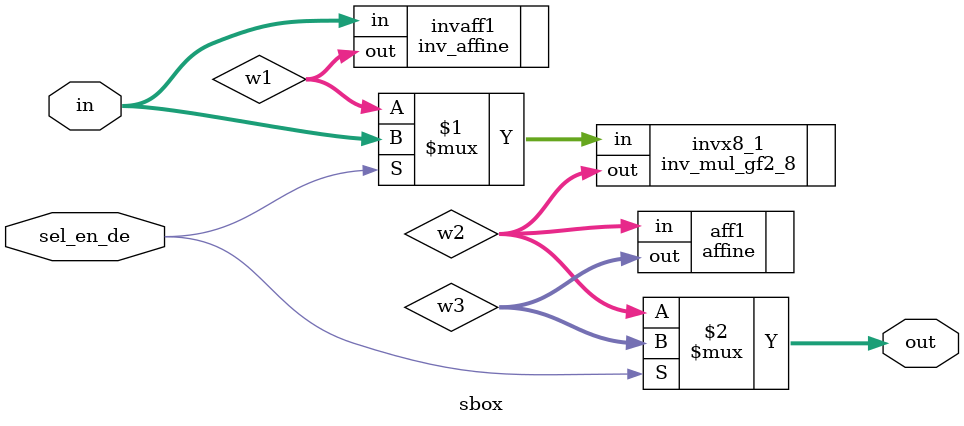
<source format=sv>
module sbox (in, out, sel_en_de);
	input [7:0] in;
	output [7:0] out;
	input sel_en_de;
	
	wire [7:0] w1, w2, w3;
	
	inv_affine invaff1 (
		.in (in),
		.out (w1)
	);
	
	inv_mul_gf2_8 invx8_1 (
		.in (sel_en_de ? in : w1),
		.out (w2)
	);
	
	affine aff1 (
		.in (w2),
		.out (w3)
	);
	
	assign out = sel_en_de ? w3 : w2;
	
endmodule

</source>
